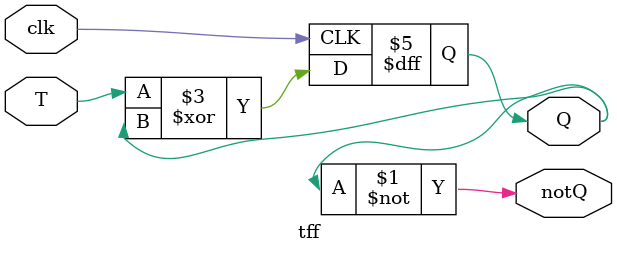
<source format=v>
`timescale 1ns / 1ps


module tff(
    input T,
    input clk,
    output reg Q,
    output notQ
    );
    initial Q = 0;
    assign notQ = ~Q;
    always @(posedge clk) begin
        Q <= T^Q;
    end
    
endmodule

</source>
